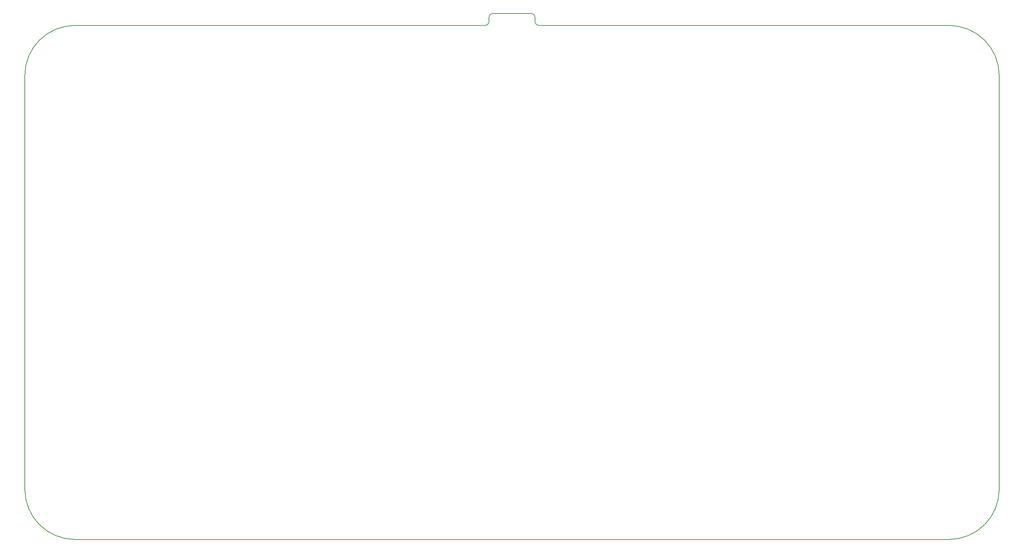
<source format=gm1>
%TF.GenerationSoftware,KiCad,Pcbnew,(6.0.6)*%
%TF.CreationDate,2023-02-26T23:17:29-05:00*%
%TF.ProjectId,fightstick_v2,66696768-7473-4746-9963-6b5f76322e6b,rev?*%
%TF.SameCoordinates,Original*%
%TF.FileFunction,Profile,NP*%
%FSLAX46Y46*%
G04 Gerber Fmt 4.6, Leading zero omitted, Abs format (unit mm)*
G04 Created by KiCad (PCBNEW (6.0.6)) date 2023-02-26 23:17:29*
%MOMM*%
%LPD*%
G01*
G04 APERTURE LIST*
%TA.AperFunction,Profile*%
%ADD10C,0.200000*%
%TD*%
G04 APERTURE END LIST*
D10*
X58178419Y-23900000D02*
G75*
G03*
X46178419Y-35900000I0J-12000000D01*
G01*
X156203419Y-23900000D02*
G75*
G03*
X157203419Y-22900000I0J1000000D01*
G01*
X168153419Y-21800000D02*
X168153419Y-22900000D01*
X157203419Y-22900000D02*
X157203419Y-21800000D01*
X58178419Y-146900000D02*
X267178419Y-146900000D01*
X279178419Y-134900000D02*
X279178419Y-35900000D01*
X267178419Y-146900000D02*
G75*
G03*
X279178419Y-134900000I0J12000000D01*
G01*
X267178419Y-23900000D02*
X169153419Y-23900000D01*
X46178419Y-35900000D02*
X46178419Y-134900000D01*
X157953419Y-21050000D02*
G75*
G03*
X157203419Y-21800000I0J-750000D01*
G01*
X46178419Y-134900000D02*
G75*
G03*
X58178419Y-146900000I12000000J0D01*
G01*
X279178419Y-35900000D02*
G75*
G03*
X267178419Y-23900000I-12000000J0D01*
G01*
X156203419Y-23900000D02*
X58178419Y-23900000D01*
X157953419Y-21050000D02*
X167403419Y-21050000D01*
X168153419Y-21800000D02*
G75*
G03*
X167403419Y-21050000I-750000J0D01*
G01*
X168153419Y-22900000D02*
G75*
G03*
X169153419Y-23900000I1000000J0D01*
G01*
M02*

</source>
